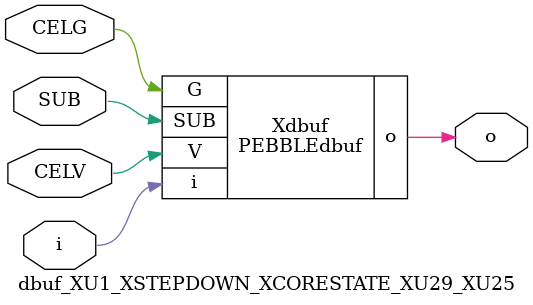
<source format=v>



module PEBBLEdbuf ( o, G, SUB, V, i );

  input V;
  input i;
  input G;
  output o;
  input SUB;
endmodule

//Celera Confidential Do Not Copy dbuf_XU1_XSTEPDOWN_XCORESTATE_XU29_XU25
//Celera Confidential Symbol Generator
//Digital Buffer
module dbuf_XU1_XSTEPDOWN_XCORESTATE_XU29_XU25 (CELV,CELG,i,o,SUB);
input CELV;
input CELG;
input i;
input SUB;
output o;

//Celera Confidential Do Not Copy dbuf
PEBBLEdbuf Xdbuf(
.V (CELV),
.i (i),
.o (o),
.SUB (SUB),
.G (CELG)
);
//,diesize,PEBBLEdbuf

//Celera Confidential Do Not Copy Module End
//Celera Schematic Generator
endmodule

</source>
